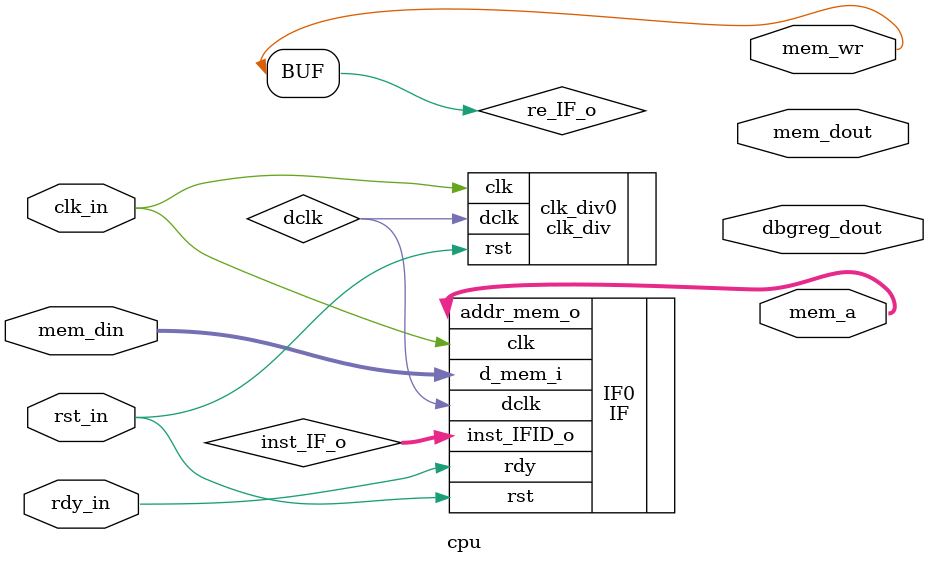
<source format=v>


module cpu(
  input  wire                 clk_in,			// system clock signal
  input  wire                 rst_in,			// reset signal
  input  wire			 		        rdy_in,			// ready signal, pause cpu when low

  input  wire [ 7:0]          mem_din,		// data input bus
  output wire [ 7:0]          mem_dout,		// data output bus
  output wire [31:0]          mem_a,			// address bus (only 17:0 is used)
  output wire                 mem_wr,			// write/read signal (1 for write)

	output wire [31:0]			dbgreg_dout		// cpu register output (debugging demo)
);

// implementation goes here

// Specifications:
// - Pause cpu(freeze pc, registers, etc.) when rdy_in is low
// - Memory read takes 2 cycles, write takes 1 cycle
// - Memory is of size 128KB, with valid address ranging from 0x0 to 0x20000
// - I/O port is mapped to address higher than 0x30000 (mem_a[17]==1)
// - 0x30000 read: read a byte from input
// - 0x30000 write: write a byte to output (write 0x00 is ignored)
// - 0x30004 read: read clocks passed since cpu starts (in dword, 4 bytes)
// - 0x30004 write: indicates program stop (will output '\0' through uart tx)

wire dclk; 
clk_div clk_div0(.clk(clk_in), 
                 .rst(rst_in), 
                 .dclk(dclk)); 

wire[31:0] inst_IF_o; 
wire re_IF_o; 
assign mem_wr = re_IF_o; 
IF IF0(.clk(clk_in), 
       .dclk(dclk), 
       .rst(rst_in),
       .rdy(rdy_in), 
       .addr_mem_o(mem_a), 
       .d_mem_i(mem_din), 
       .inst_IFID_o(inst_IF_o)); 

always @(posedge clk_in)
  begin
    if (rst_in)
      begin
      
      end
    else if (!rdy_in)
      begin
      
      end
    else
      begin
      
      end
  end

endmodule
</source>
